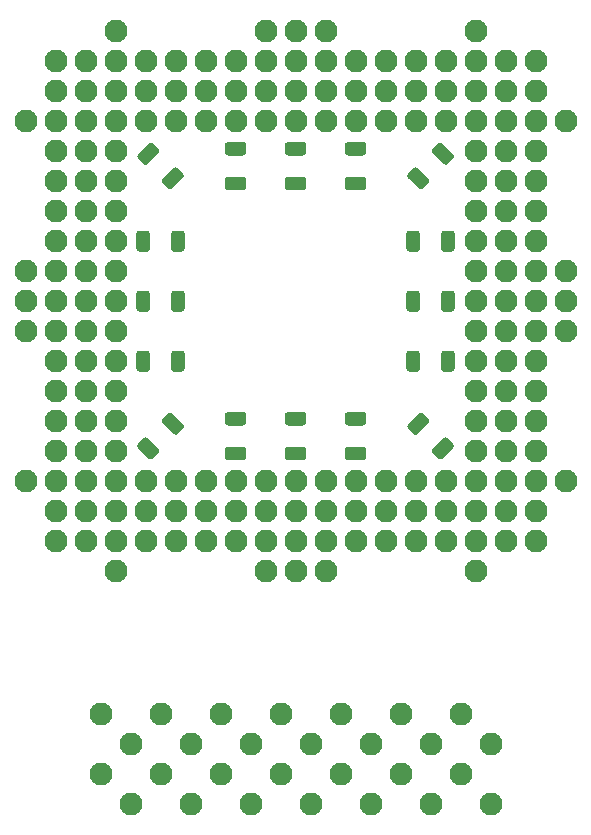
<source format=gbs>
%TF.GenerationSoftware,KiCad,Pcbnew,(5.1.9)-1*%
%TF.CreationDate,2021-07-31T20:38:11+08:00*%
%TF.ProjectId,Interposer486_3v,496e7465-7270-46f7-9365-723438365f33,rev?*%
%TF.SameCoordinates,Original*%
%TF.FileFunction,Soldermask,Bot*%
%TF.FilePolarity,Negative*%
%FSLAX46Y46*%
G04 Gerber Fmt 4.6, Leading zero omitted, Abs format (unit mm)*
G04 Created by KiCad (PCBNEW (5.1.9)-1) date 2021-07-31 20:38:11*
%MOMM*%
%LPD*%
G01*
G04 APERTURE LIST*
%ADD10C,1.940000*%
G04 APERTURE END LIST*
D10*
%TO.C,HDT28*%
X173990000Y-123825000D03*
%TD*%
%TO.C,HDT27*%
X168910000Y-123825000D03*
%TD*%
%TO.C,HDT26*%
X163830000Y-123825000D03*
%TD*%
%TO.C,HDT25*%
X158750000Y-123825000D03*
%TD*%
%TO.C,HDT24*%
X153670000Y-123825000D03*
%TD*%
%TO.C,HDT23*%
X148590000Y-123825000D03*
%TD*%
%TO.C,HDT22*%
X143510000Y-123825000D03*
%TD*%
%TO.C,HDT21*%
X171450000Y-121285000D03*
%TD*%
%TO.C,HDT20*%
X166370000Y-121285000D03*
%TD*%
%TO.C,HDT19*%
X161290000Y-121285000D03*
%TD*%
%TO.C,HDT18*%
X156210000Y-121285000D03*
%TD*%
%TO.C,HDT17*%
X151130000Y-121285000D03*
%TD*%
%TO.C,HDT16*%
X146050000Y-121285000D03*
%TD*%
%TO.C,HDT15*%
X140970000Y-121285000D03*
%TD*%
%TO.C,HDT14*%
X173990000Y-118745000D03*
%TD*%
%TO.C,HDT13*%
X168910000Y-118745000D03*
%TD*%
%TO.C,HDT12*%
X163830000Y-118745000D03*
%TD*%
%TO.C,HDT11*%
X158750000Y-118745000D03*
%TD*%
%TO.C,HDT10*%
X153670000Y-118745000D03*
%TD*%
%TO.C,HDT9*%
X148590000Y-118745000D03*
%TD*%
%TO.C,HDT8*%
X143510000Y-118745000D03*
%TD*%
%TO.C,HDT7*%
X171450000Y-116205000D03*
%TD*%
%TO.C,HDT6*%
X166370000Y-116205000D03*
%TD*%
%TO.C,HDT5*%
X161290000Y-116205000D03*
%TD*%
%TO.C,HDT4*%
X156210000Y-116205000D03*
%TD*%
%TO.C,HDT3*%
X151130000Y-116205000D03*
%TD*%
%TO.C,HDT2*%
X146050000Y-116205000D03*
%TD*%
%TO.C,HDT1*%
X140970000Y-116205000D03*
%TD*%
%TO.C,C11*%
G36*
G01*
X158130001Y-94760000D02*
X156829999Y-94760000D01*
G75*
G02*
X156580000Y-94510001I0J249999D01*
G01*
X156580000Y-93859999D01*
G75*
G02*
X156829999Y-93610000I249999J0D01*
G01*
X158130001Y-93610000D01*
G75*
G02*
X158380000Y-93859999I0J-249999D01*
G01*
X158380000Y-94510001D01*
G75*
G02*
X158130001Y-94760000I-249999J0D01*
G01*
G37*
G36*
G01*
X158130001Y-91810000D02*
X156829999Y-91810000D01*
G75*
G02*
X156580000Y-91560001I0J249999D01*
G01*
X156580000Y-90909999D01*
G75*
G02*
X156829999Y-90660000I249999J0D01*
G01*
X158130001Y-90660000D01*
G75*
G02*
X158380000Y-90909999I0J-249999D01*
G01*
X158380000Y-91560001D01*
G75*
G02*
X158130001Y-91810000I-249999J0D01*
G01*
G37*
%TD*%
%TO.C,C10*%
G36*
G01*
X163210001Y-94760000D02*
X161909999Y-94760000D01*
G75*
G02*
X161660000Y-94510001I0J249999D01*
G01*
X161660000Y-93859999D01*
G75*
G02*
X161909999Y-93610000I249999J0D01*
G01*
X163210001Y-93610000D01*
G75*
G02*
X163460000Y-93859999I0J-249999D01*
G01*
X163460000Y-94510001D01*
G75*
G02*
X163210001Y-94760000I-249999J0D01*
G01*
G37*
G36*
G01*
X163210001Y-91810000D02*
X161909999Y-91810000D01*
G75*
G02*
X161660000Y-91560001I0J249999D01*
G01*
X161660000Y-90909999D01*
G75*
G02*
X161909999Y-90660000I249999J0D01*
G01*
X163210001Y-90660000D01*
G75*
G02*
X163460000Y-90909999I0J-249999D01*
G01*
X163460000Y-91560001D01*
G75*
G02*
X163210001Y-91810000I-249999J0D01*
G01*
G37*
%TD*%
%TO.C,C12*%
G36*
G01*
X153050001Y-91810000D02*
X151749999Y-91810000D01*
G75*
G02*
X151500000Y-91560001I0J249999D01*
G01*
X151500000Y-90909999D01*
G75*
G02*
X151749999Y-90660000I249999J0D01*
G01*
X153050001Y-90660000D01*
G75*
G02*
X153300000Y-90909999I0J-249999D01*
G01*
X153300000Y-91560001D01*
G75*
G02*
X153050001Y-91810000I-249999J0D01*
G01*
G37*
G36*
G01*
X153050001Y-94760000D02*
X151749999Y-94760000D01*
G75*
G02*
X151500000Y-94510001I0J249999D01*
G01*
X151500000Y-93859999D01*
G75*
G02*
X151749999Y-93610000I249999J0D01*
G01*
X153050001Y-93610000D01*
G75*
G02*
X153300000Y-93859999I0J-249999D01*
G01*
X153300000Y-94510001D01*
G75*
G02*
X153050001Y-94760000I-249999J0D01*
G01*
G37*
%TD*%
%TO.C,C2*%
G36*
G01*
X151749999Y-70750000D02*
X153050001Y-70750000D01*
G75*
G02*
X153300000Y-70999999I0J-249999D01*
G01*
X153300000Y-71650001D01*
G75*
G02*
X153050001Y-71900000I-249999J0D01*
G01*
X151749999Y-71900000D01*
G75*
G02*
X151500000Y-71650001I0J249999D01*
G01*
X151500000Y-70999999D01*
G75*
G02*
X151749999Y-70750000I249999J0D01*
G01*
G37*
G36*
G01*
X151749999Y-67800000D02*
X153050001Y-67800000D01*
G75*
G02*
X153300000Y-68049999I0J-249999D01*
G01*
X153300000Y-68700001D01*
G75*
G02*
X153050001Y-68950000I-249999J0D01*
G01*
X151749999Y-68950000D01*
G75*
G02*
X151500000Y-68700001I0J249999D01*
G01*
X151500000Y-68049999D01*
G75*
G02*
X151749999Y-67800000I249999J0D01*
G01*
G37*
%TD*%
%TO.C,C3*%
G36*
G01*
X156829999Y-67800000D02*
X158130001Y-67800000D01*
G75*
G02*
X158380000Y-68049999I0J-249999D01*
G01*
X158380000Y-68700001D01*
G75*
G02*
X158130001Y-68950000I-249999J0D01*
G01*
X156829999Y-68950000D01*
G75*
G02*
X156580000Y-68700001I0J249999D01*
G01*
X156580000Y-68049999D01*
G75*
G02*
X156829999Y-67800000I249999J0D01*
G01*
G37*
G36*
G01*
X156829999Y-70750000D02*
X158130001Y-70750000D01*
G75*
G02*
X158380000Y-70999999I0J-249999D01*
G01*
X158380000Y-71650001D01*
G75*
G02*
X158130001Y-71900000I-249999J0D01*
G01*
X156829999Y-71900000D01*
G75*
G02*
X156580000Y-71650001I0J249999D01*
G01*
X156580000Y-70999999D01*
G75*
G02*
X156829999Y-70750000I249999J0D01*
G01*
G37*
%TD*%
%TO.C,C4*%
G36*
G01*
X161909999Y-70750000D02*
X163210001Y-70750000D01*
G75*
G02*
X163460000Y-70999999I0J-249999D01*
G01*
X163460000Y-71650001D01*
G75*
G02*
X163210001Y-71900000I-249999J0D01*
G01*
X161909999Y-71900000D01*
G75*
G02*
X161660000Y-71650001I0J249999D01*
G01*
X161660000Y-70999999D01*
G75*
G02*
X161909999Y-70750000I249999J0D01*
G01*
G37*
G36*
G01*
X161909999Y-67800000D02*
X163210001Y-67800000D01*
G75*
G02*
X163460000Y-68049999I0J-249999D01*
G01*
X163460000Y-68700001D01*
G75*
G02*
X163210001Y-68950000I-249999J0D01*
G01*
X161909999Y-68950000D01*
G75*
G02*
X161660000Y-68700001I0J249999D01*
G01*
X161660000Y-68049999D01*
G75*
G02*
X161909999Y-67800000I249999J0D01*
G01*
G37*
%TD*%
%TO.C,C7*%
G36*
G01*
X170960000Y-80629999D02*
X170960000Y-81930001D01*
G75*
G02*
X170710001Y-82180000I-249999J0D01*
G01*
X170059999Y-82180000D01*
G75*
G02*
X169810000Y-81930001I0J249999D01*
G01*
X169810000Y-80629999D01*
G75*
G02*
X170059999Y-80380000I249999J0D01*
G01*
X170710001Y-80380000D01*
G75*
G02*
X170960000Y-80629999I0J-249999D01*
G01*
G37*
G36*
G01*
X168010000Y-80629999D02*
X168010000Y-81930001D01*
G75*
G02*
X167760001Y-82180000I-249999J0D01*
G01*
X167109999Y-82180000D01*
G75*
G02*
X166860000Y-81930001I0J249999D01*
G01*
X166860000Y-80629999D01*
G75*
G02*
X167109999Y-80380000I249999J0D01*
G01*
X167760001Y-80380000D01*
G75*
G02*
X168010000Y-80629999I0J-249999D01*
G01*
G37*
%TD*%
%TO.C,C6*%
G36*
G01*
X170960000Y-75549999D02*
X170960000Y-76850001D01*
G75*
G02*
X170710001Y-77100000I-249999J0D01*
G01*
X170059999Y-77100000D01*
G75*
G02*
X169810000Y-76850001I0J249999D01*
G01*
X169810000Y-75549999D01*
G75*
G02*
X170059999Y-75300000I249999J0D01*
G01*
X170710001Y-75300000D01*
G75*
G02*
X170960000Y-75549999I0J-249999D01*
G01*
G37*
G36*
G01*
X168010000Y-75549999D02*
X168010000Y-76850001D01*
G75*
G02*
X167760001Y-77100000I-249999J0D01*
G01*
X167109999Y-77100000D01*
G75*
G02*
X166860000Y-76850001I0J249999D01*
G01*
X166860000Y-75549999D01*
G75*
G02*
X167109999Y-75300000I249999J0D01*
G01*
X167760001Y-75300000D01*
G75*
G02*
X168010000Y-75549999I0J-249999D01*
G01*
G37*
%TD*%
%TO.C,C8*%
G36*
G01*
X168010000Y-85709999D02*
X168010000Y-87010001D01*
G75*
G02*
X167760001Y-87260000I-249999J0D01*
G01*
X167109999Y-87260000D01*
G75*
G02*
X166860000Y-87010001I0J249999D01*
G01*
X166860000Y-85709999D01*
G75*
G02*
X167109999Y-85460000I249999J0D01*
G01*
X167760001Y-85460000D01*
G75*
G02*
X168010000Y-85709999I0J-249999D01*
G01*
G37*
G36*
G01*
X170960000Y-85709999D02*
X170960000Y-87010001D01*
G75*
G02*
X170710001Y-87260000I-249999J0D01*
G01*
X170059999Y-87260000D01*
G75*
G02*
X169810000Y-87010001I0J249999D01*
G01*
X169810000Y-85709999D01*
G75*
G02*
X170059999Y-85460000I249999J0D01*
G01*
X170710001Y-85460000D01*
G75*
G02*
X170960000Y-85709999I0J-249999D01*
G01*
G37*
%TD*%
%TO.C,C14*%
G36*
G01*
X146950000Y-87010001D02*
X146950000Y-85709999D01*
G75*
G02*
X147199999Y-85460000I249999J0D01*
G01*
X147850001Y-85460000D01*
G75*
G02*
X148100000Y-85709999I0J-249999D01*
G01*
X148100000Y-87010001D01*
G75*
G02*
X147850001Y-87260000I-249999J0D01*
G01*
X147199999Y-87260000D01*
G75*
G02*
X146950000Y-87010001I0J249999D01*
G01*
G37*
G36*
G01*
X144000000Y-87010001D02*
X144000000Y-85709999D01*
G75*
G02*
X144249999Y-85460000I249999J0D01*
G01*
X144900001Y-85460000D01*
G75*
G02*
X145150000Y-85709999I0J-249999D01*
G01*
X145150000Y-87010001D01*
G75*
G02*
X144900001Y-87260000I-249999J0D01*
G01*
X144249999Y-87260000D01*
G75*
G02*
X144000000Y-87010001I0J249999D01*
G01*
G37*
%TD*%
%TO.C,C16*%
G36*
G01*
X144000000Y-76850001D02*
X144000000Y-75549999D01*
G75*
G02*
X144249999Y-75300000I249999J0D01*
G01*
X144900001Y-75300000D01*
G75*
G02*
X145150000Y-75549999I0J-249999D01*
G01*
X145150000Y-76850001D01*
G75*
G02*
X144900001Y-77100000I-249999J0D01*
G01*
X144249999Y-77100000D01*
G75*
G02*
X144000000Y-76850001I0J249999D01*
G01*
G37*
G36*
G01*
X146950000Y-76850001D02*
X146950000Y-75549999D01*
G75*
G02*
X147199999Y-75300000I249999J0D01*
G01*
X147850001Y-75300000D01*
G75*
G02*
X148100000Y-75549999I0J-249999D01*
G01*
X148100000Y-76850001D01*
G75*
G02*
X147850001Y-77100000I-249999J0D01*
G01*
X147199999Y-77100000D01*
G75*
G02*
X146950000Y-76850001I0J249999D01*
G01*
G37*
%TD*%
%TO.C,C15*%
G36*
G01*
X146950000Y-81930001D02*
X146950000Y-80629999D01*
G75*
G02*
X147199999Y-80380000I249999J0D01*
G01*
X147850001Y-80380000D01*
G75*
G02*
X148100000Y-80629999I0J-249999D01*
G01*
X148100000Y-81930001D01*
G75*
G02*
X147850001Y-82180000I-249999J0D01*
G01*
X147199999Y-82180000D01*
G75*
G02*
X146950000Y-81930001I0J249999D01*
G01*
G37*
G36*
G01*
X144000000Y-81930001D02*
X144000000Y-80629999D01*
G75*
G02*
X144249999Y-80380000I249999J0D01*
G01*
X144900001Y-80380000D01*
G75*
G02*
X145150000Y-80629999I0J-249999D01*
G01*
X145150000Y-81930001D01*
G75*
G02*
X144900001Y-82180000I-249999J0D01*
G01*
X144249999Y-82180000D01*
G75*
G02*
X144000000Y-81930001I0J249999D01*
G01*
G37*
%TD*%
%TO.C,C5*%
G36*
G01*
X169899949Y-67940810D02*
X170819190Y-68860051D01*
G75*
G02*
X170819190Y-69213603I-176776J-176776D01*
G01*
X170359569Y-69673224D01*
G75*
G02*
X170006017Y-69673224I-176776J176776D01*
G01*
X169086776Y-68753983D01*
G75*
G02*
X169086776Y-68400431I176776J176776D01*
G01*
X169546397Y-67940810D01*
G75*
G02*
X169899949Y-67940810I176776J-176776D01*
G01*
G37*
G36*
G01*
X167813983Y-70026776D02*
X168733224Y-70946017D01*
G75*
G02*
X168733224Y-71299569I-176776J-176776D01*
G01*
X168273603Y-71759190D01*
G75*
G02*
X167920051Y-71759190I-176776J176776D01*
G01*
X167000810Y-70839949D01*
G75*
G02*
X167000810Y-70486397I176776J176776D01*
G01*
X167460431Y-70026776D01*
G75*
G02*
X167813983Y-70026776I176776J-176776D01*
G01*
G37*
%TD*%
%TO.C,C9*%
G36*
G01*
X168733224Y-91613983D02*
X167813983Y-92533224D01*
G75*
G02*
X167460431Y-92533224I-176776J176776D01*
G01*
X167000810Y-92073603D01*
G75*
G02*
X167000810Y-91720051I176776J176776D01*
G01*
X167920051Y-90800810D01*
G75*
G02*
X168273603Y-90800810I176776J-176776D01*
G01*
X168733224Y-91260431D01*
G75*
G02*
X168733224Y-91613983I-176776J-176776D01*
G01*
G37*
G36*
G01*
X170819190Y-93699949D02*
X169899949Y-94619190D01*
G75*
G02*
X169546397Y-94619190I-176776J176776D01*
G01*
X169086776Y-94159569D01*
G75*
G02*
X169086776Y-93806017I176776J176776D01*
G01*
X170006017Y-92886776D01*
G75*
G02*
X170359569Y-92886776I176776J-176776D01*
G01*
X170819190Y-93346397D01*
G75*
G02*
X170819190Y-93699949I-176776J-176776D01*
G01*
G37*
%TD*%
%TO.C,C13*%
G36*
G01*
X145060051Y-94619190D02*
X144140810Y-93699949D01*
G75*
G02*
X144140810Y-93346397I176776J176776D01*
G01*
X144600431Y-92886776D01*
G75*
G02*
X144953983Y-92886776I176776J-176776D01*
G01*
X145873224Y-93806017D01*
G75*
G02*
X145873224Y-94159569I-176776J-176776D01*
G01*
X145413603Y-94619190D01*
G75*
G02*
X145060051Y-94619190I-176776J176776D01*
G01*
G37*
G36*
G01*
X147146017Y-92533224D02*
X146226776Y-91613983D01*
G75*
G02*
X146226776Y-91260431I176776J176776D01*
G01*
X146686397Y-90800810D01*
G75*
G02*
X147039949Y-90800810I176776J-176776D01*
G01*
X147959190Y-91720051D01*
G75*
G02*
X147959190Y-92073603I-176776J-176776D01*
G01*
X147499569Y-92533224D01*
G75*
G02*
X147146017Y-92533224I-176776J176776D01*
G01*
G37*
%TD*%
%TO.C,C1*%
G36*
G01*
X146226776Y-70946017D02*
X147146017Y-70026776D01*
G75*
G02*
X147499569Y-70026776I176776J-176776D01*
G01*
X147959190Y-70486397D01*
G75*
G02*
X147959190Y-70839949I-176776J-176776D01*
G01*
X147039949Y-71759190D01*
G75*
G02*
X146686397Y-71759190I-176776J176776D01*
G01*
X146226776Y-71299569D01*
G75*
G02*
X146226776Y-70946017I176776J176776D01*
G01*
G37*
G36*
G01*
X144140810Y-68860051D02*
X145060051Y-67940810D01*
G75*
G02*
X145413603Y-67940810I176776J-176776D01*
G01*
X145873224Y-68400431D01*
G75*
G02*
X145873224Y-68753983I-176776J-176776D01*
G01*
X144953983Y-69673224D01*
G75*
G02*
X144600431Y-69673224I-176776J176776D01*
G01*
X144140810Y-69213603D01*
G75*
G02*
X144140810Y-68860051I176776J176776D01*
G01*
G37*
%TD*%
%TO.C,HSS15*%
X134620000Y-96520000D03*
%TD*%
%TO.C,HSS10*%
X134620000Y-83820000D03*
%TD*%
%TO.C,HSS9*%
X134620000Y-81280000D03*
%TD*%
%TO.C,HSS8*%
X134620000Y-78740000D03*
%TD*%
%TO.C,HSS3*%
X134620000Y-66040000D03*
%TD*%
%TO.C,HQ18*%
X142240000Y-104140000D03*
%TD*%
%TO.C,HQ0*%
X142240000Y-58420000D03*
%TD*%
%TO.C,HK18*%
X154940000Y-104140000D03*
%TD*%
%TO.C,HK0*%
X154940000Y-58420000D03*
%TD*%
%TO.C,HJ18*%
X157480000Y-104140000D03*
%TD*%
%TO.C,HJ0*%
X157480000Y-58420000D03*
%TD*%
%TO.C,HH18*%
X160020000Y-104140000D03*
%TD*%
%TO.C,HH0*%
X160020000Y-58420000D03*
%TD*%
%TO.C,HC18*%
X172720000Y-104140000D03*
%TD*%
%TO.C,HC0*%
X172720000Y-58420000D03*
%TD*%
%TO.C,HAA15*%
X180340000Y-96520000D03*
%TD*%
%TO.C,HAA10*%
X180340000Y-83820000D03*
%TD*%
%TO.C,HAA9*%
X180340000Y-81280000D03*
%TD*%
%TO.C,HAA8*%
X180340000Y-78740000D03*
%TD*%
%TO.C,HAA3*%
X180340000Y-66040000D03*
%TD*%
%TO.C,HR17*%
X139700000Y-101600000D03*
%TD*%
%TO.C,HR14*%
X139700000Y-93980000D03*
%TD*%
%TO.C,HR11*%
X139700000Y-86360000D03*
%TD*%
%TO.C,HR10*%
X139700000Y-83820000D03*
%TD*%
%TO.C,HR9*%
X139700000Y-81280000D03*
%TD*%
%TO.C,HR8*%
X139700000Y-78740000D03*
%TD*%
%TO.C,HR6*%
X139700000Y-73660000D03*
%TD*%
%TO.C,HR3*%
X139700000Y-66040000D03*
%TD*%
%TO.C,HP16*%
X144780000Y-99060000D03*
%TD*%
%TO.C,HM16*%
X149860000Y-99060000D03*
%TD*%
%TO.C,HM2*%
X149860000Y-63500000D03*
%TD*%
%TO.C,HL16*%
X152400000Y-99060000D03*
%TD*%
%TO.C,HK16*%
X154940000Y-99060000D03*
%TD*%
%TO.C,HK2*%
X154940000Y-63500000D03*
%TD*%
%TO.C,HH16*%
X160020000Y-99060000D03*
%TD*%
%TO.C,HG16*%
X162560000Y-99060000D03*
%TD*%
%TO.C,HG2*%
X162560000Y-63500000D03*
%TD*%
%TO.C,HE16*%
X167640000Y-99060000D03*
%TD*%
%TO.C,HE2*%
X167640000Y-63500000D03*
%TD*%
%TO.C,HC5*%
X172720000Y-71120000D03*
%TD*%
%TO.C,HC4*%
X172720000Y-68580000D03*
%TD*%
%TO.C,HB13*%
X175260000Y-91440000D03*
%TD*%
%TO.C,HB11*%
X175260000Y-86360000D03*
%TD*%
%TO.C,HB9*%
X175260000Y-81280000D03*
%TD*%
%TO.C,HB7*%
X175260000Y-76200000D03*
%TD*%
%TO.C,HS17*%
X137160000Y-101600000D03*
%TD*%
%TO.C,HS16*%
X137160000Y-99060000D03*
%TD*%
%TO.C,HS15*%
X137160000Y-96520000D03*
%TD*%
%TO.C,HS14*%
X137160000Y-93980000D03*
%TD*%
%TO.C,HS13*%
X137160000Y-91440000D03*
%TD*%
%TO.C,HS12*%
X137160000Y-88900000D03*
%TD*%
%TO.C,HS11*%
X137160000Y-86360000D03*
%TD*%
%TO.C,HS10*%
X137160000Y-83820000D03*
%TD*%
%TO.C,HS9*%
X137160000Y-81280000D03*
%TD*%
%TO.C,HS8*%
X137160000Y-78740000D03*
%TD*%
%TO.C,HS7*%
X137160000Y-76200000D03*
%TD*%
%TO.C,HS6*%
X137160000Y-73660000D03*
%TD*%
%TO.C,HS5*%
X137160000Y-71120000D03*
%TD*%
%TO.C,HS4*%
X137160000Y-68580000D03*
%TD*%
%TO.C,HS3*%
X137160000Y-66040000D03*
%TD*%
%TO.C,HS2*%
X137160000Y-63500000D03*
%TD*%
%TO.C,HS1*%
X137160000Y-60960000D03*
%TD*%
%TO.C,HR16*%
X139700000Y-99060000D03*
%TD*%
%TO.C,HR15*%
X139700000Y-96520000D03*
%TD*%
%TO.C,HR13*%
X139700000Y-91440000D03*
%TD*%
%TO.C,HR12*%
X139700000Y-88900000D03*
%TD*%
%TO.C,HR7*%
X139700000Y-76200000D03*
%TD*%
%TO.C,HR5*%
X139700000Y-71120000D03*
%TD*%
%TO.C,HR4*%
X139700000Y-68580000D03*
%TD*%
%TO.C,HR2*%
X139700000Y-63500000D03*
%TD*%
%TO.C,HR1*%
X139700000Y-60960000D03*
%TD*%
%TO.C,HQ17*%
X142240000Y-101600000D03*
%TD*%
%TO.C,HQ16*%
X142240000Y-99060000D03*
%TD*%
%TO.C,HQ15*%
X142240000Y-96520000D03*
%TD*%
%TO.C,HQ14*%
X142240000Y-93980000D03*
%TD*%
%TO.C,HQ13*%
X142240000Y-91440000D03*
%TD*%
%TO.C,HQ12*%
X142240000Y-88900000D03*
%TD*%
%TO.C,HQ11*%
X142240000Y-86360000D03*
%TD*%
%TO.C,HQ10*%
X142240000Y-83820000D03*
%TD*%
%TO.C,HQ9*%
X142240000Y-81280000D03*
%TD*%
%TO.C,HQ8*%
X142240000Y-78740000D03*
%TD*%
%TO.C,HQ7*%
X142240000Y-76200000D03*
%TD*%
%TO.C,HQ6*%
X142240000Y-73660000D03*
%TD*%
%TO.C,HQ5*%
X142240000Y-71120000D03*
%TD*%
%TO.C,HQ4*%
X142240000Y-68580000D03*
%TD*%
%TO.C,HQ3*%
X142240000Y-66040000D03*
%TD*%
%TO.C,HQ2*%
X142240000Y-63500000D03*
%TD*%
%TO.C,HQ1*%
X142240000Y-60960000D03*
%TD*%
%TO.C,HP17*%
X144780000Y-101600000D03*
%TD*%
%TO.C,HP15*%
X144780000Y-96520000D03*
%TD*%
%TO.C,HP3*%
X144780000Y-66040000D03*
%TD*%
%TO.C,HP2*%
X144780000Y-63500000D03*
%TD*%
%TO.C,HP1*%
X144780000Y-60960000D03*
%TD*%
%TO.C,HN17*%
X147320000Y-101600000D03*
%TD*%
%TO.C,HN16*%
X147320000Y-99060000D03*
%TD*%
%TO.C,HN15*%
X147320000Y-96520000D03*
%TD*%
%TO.C,HN3*%
X147320000Y-66040000D03*
%TD*%
%TO.C,HN2*%
X147320000Y-63500000D03*
%TD*%
%TO.C,HN1*%
X147320000Y-60960000D03*
%TD*%
%TO.C,HM17*%
X149860000Y-101600000D03*
%TD*%
%TO.C,HM15*%
X149860000Y-96520000D03*
%TD*%
%TO.C,HM3*%
X149860000Y-66040000D03*
%TD*%
%TO.C,HM1*%
X149860000Y-60960000D03*
%TD*%
%TO.C,HL17*%
X152400000Y-101600000D03*
%TD*%
%TO.C,HL15*%
X152400000Y-96520000D03*
%TD*%
%TO.C,HL3*%
X152400000Y-66040000D03*
%TD*%
%TO.C,HL2*%
X152400000Y-63500000D03*
%TD*%
%TO.C,HL1*%
X152400000Y-60960000D03*
%TD*%
%TO.C,HK17*%
X154940000Y-101600000D03*
%TD*%
%TO.C,HK15*%
X154940000Y-96520000D03*
%TD*%
%TO.C,HK3*%
X154940000Y-66040000D03*
%TD*%
%TO.C,HK1*%
X154940000Y-60960000D03*
%TD*%
%TO.C,HJ17*%
X157480000Y-101600000D03*
%TD*%
%TO.C,HJ16*%
X157480000Y-99060000D03*
%TD*%
%TO.C,HJ15*%
X157480000Y-96520000D03*
%TD*%
%TO.C,HJ3*%
X157480000Y-66040000D03*
%TD*%
%TO.C,HJ2*%
X157480000Y-63500000D03*
%TD*%
%TO.C,HJ1*%
X157480000Y-60960000D03*
%TD*%
%TO.C,HH17*%
X160020000Y-101600000D03*
%TD*%
%TO.C,HH15*%
X160020000Y-96520000D03*
%TD*%
%TO.C,HH3*%
X160020000Y-66040000D03*
%TD*%
%TO.C,HH2*%
X160020000Y-63500000D03*
%TD*%
%TO.C,HH1*%
X160020000Y-60960000D03*
%TD*%
%TO.C,HG17*%
X162560000Y-101600000D03*
%TD*%
%TO.C,HG15*%
X162560000Y-96520000D03*
%TD*%
%TO.C,HG3*%
X162560000Y-66040000D03*
%TD*%
%TO.C,HG1*%
X162560000Y-60960000D03*
%TD*%
%TO.C,HF17*%
X165100000Y-101600000D03*
%TD*%
%TO.C,HF16*%
X165100000Y-99060000D03*
%TD*%
%TO.C,HF15*%
X165100000Y-96520000D03*
%TD*%
%TO.C,HF3*%
X165100000Y-66040000D03*
%TD*%
%TO.C,HF2*%
X165100000Y-63500000D03*
%TD*%
%TO.C,HF1*%
X165100000Y-60960000D03*
%TD*%
%TO.C,HE17*%
X167640000Y-101600000D03*
%TD*%
%TO.C,HE15*%
X167640000Y-96520000D03*
%TD*%
%TO.C,HE3*%
X167640000Y-66040000D03*
%TD*%
%TO.C,HE1*%
X167640000Y-60960000D03*
%TD*%
%TO.C,HD17*%
X170180000Y-101600000D03*
%TD*%
%TO.C,HD16*%
X170180000Y-99060000D03*
%TD*%
%TO.C,HD15*%
X170180000Y-96520000D03*
%TD*%
%TO.C,HD3*%
X170180000Y-66040000D03*
%TD*%
%TO.C,HD2*%
X170180000Y-63500000D03*
%TD*%
%TO.C,HD1*%
X170180000Y-60960000D03*
%TD*%
%TO.C,HC17*%
X172720000Y-101600000D03*
%TD*%
%TO.C,HC16*%
X172720000Y-99060000D03*
%TD*%
%TO.C,HC15*%
X172720000Y-96520000D03*
%TD*%
%TO.C,HC14*%
X172720000Y-93980000D03*
%TD*%
%TO.C,HC13*%
X172720000Y-91440000D03*
%TD*%
%TO.C,HC12*%
X172720000Y-88900000D03*
%TD*%
%TO.C,HC11*%
X172720000Y-86360000D03*
%TD*%
%TO.C,HC10*%
X172720000Y-83820000D03*
%TD*%
%TO.C,HC9*%
X172720000Y-81280000D03*
%TD*%
%TO.C,HC8*%
X172720000Y-78740000D03*
%TD*%
%TO.C,HC7*%
X172720000Y-76200000D03*
%TD*%
%TO.C,HC6*%
X172720000Y-73660000D03*
%TD*%
%TO.C,HC3*%
X172720000Y-66040000D03*
%TD*%
%TO.C,HC2*%
X172720000Y-63500000D03*
%TD*%
%TO.C,HC1*%
X172720000Y-60960000D03*
%TD*%
%TO.C,HB17*%
X175260000Y-101600000D03*
%TD*%
%TO.C,HB16*%
X175260000Y-99060000D03*
%TD*%
%TO.C,HB15*%
X175260000Y-96520000D03*
%TD*%
%TO.C,HB14*%
X175260000Y-93980000D03*
%TD*%
%TO.C,HB12*%
X175260000Y-88900000D03*
%TD*%
%TO.C,HB10*%
X175260000Y-83820000D03*
%TD*%
%TO.C,HB8*%
X175260000Y-78740000D03*
%TD*%
%TO.C,HB6*%
X175260000Y-73660000D03*
%TD*%
%TO.C,HB5*%
X175260000Y-71120000D03*
%TD*%
%TO.C,HB4*%
X175260000Y-68580000D03*
%TD*%
%TO.C,HB3*%
X175260000Y-66040000D03*
%TD*%
%TO.C,HB2*%
X175260000Y-63500000D03*
%TD*%
%TO.C,HB1*%
X175260000Y-60960000D03*
%TD*%
%TO.C,HA17*%
X177800000Y-101600000D03*
%TD*%
%TO.C,HA16*%
X177800000Y-99060000D03*
%TD*%
%TO.C,HA15*%
X177800000Y-96520000D03*
%TD*%
%TO.C,HA14*%
X177800000Y-93980000D03*
%TD*%
%TO.C,HA13*%
X177800000Y-91440000D03*
%TD*%
%TO.C,HA12*%
X177800000Y-88900000D03*
%TD*%
%TO.C,HA11*%
X177800000Y-86360000D03*
%TD*%
%TO.C,HA10*%
X177800000Y-83820000D03*
%TD*%
%TO.C,HA9*%
X177800000Y-81280000D03*
%TD*%
%TO.C,HA8*%
X177800000Y-78740000D03*
%TD*%
%TO.C,HA7*%
X177800000Y-76200000D03*
%TD*%
%TO.C,HA6*%
X177800000Y-73660000D03*
%TD*%
%TO.C,HA5*%
X177800000Y-71120000D03*
%TD*%
%TO.C,HA4*%
X177800000Y-68580000D03*
%TD*%
%TO.C,HA3*%
X177800000Y-66040000D03*
%TD*%
%TO.C,HA2*%
X177800000Y-63500000D03*
%TD*%
%TO.C,HA1*%
X177800000Y-60960000D03*
%TD*%
M02*

</source>
